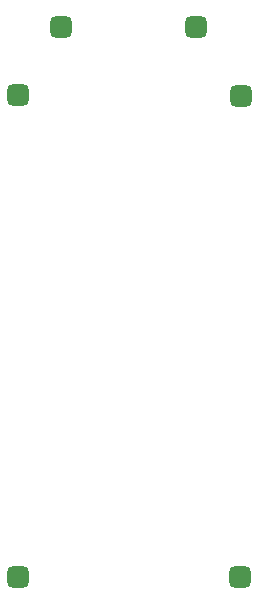
<source format=gtp>
G04*
G04 #@! TF.GenerationSoftware,Altium Limited,Altium Designer,22.7.1 (60)*
G04*
G04 Layer_Color=8421504*
%FSLAX44Y44*%
%MOMM*%
G71*
G04*
G04 #@! TF.SameCoordinates,D299D1DB-FC93-4E7D-A29F-8AC0059F7039*
G04*
G04*
G04 #@! TF.FilePolarity,Positive*
G04*
G01*
G75*
G04:AMPARAMS|DCode=15|XSize=1.8mm|YSize=1.8mm|CornerRadius=0.4mm|HoleSize=0mm|Usage=FLASHONLY|Rotation=0.000|XOffset=0mm|YOffset=0mm|HoleType=Round|Shape=RoundedRectangle|*
%AMROUNDEDRECTD15*
21,1,1.8000,1.0000,0,0,0.0*
21,1,1.0000,1.8000,0,0,0.0*
1,1,0.8000,0.5000,-0.5000*
1,1,0.8000,-0.5000,-0.5000*
1,1,0.8000,-0.5000,0.5000*
1,1,0.8000,0.5000,0.5000*
%
%ADD15ROUNDEDRECTD15*%
D15*
X682516Y542733D02*
D03*
X646044Y76373D02*
D03*
X646104Y485123D02*
D03*
X796653Y542029D02*
D03*
X834898Y484210D02*
D03*
X833583Y76707D02*
D03*
M02*

</source>
